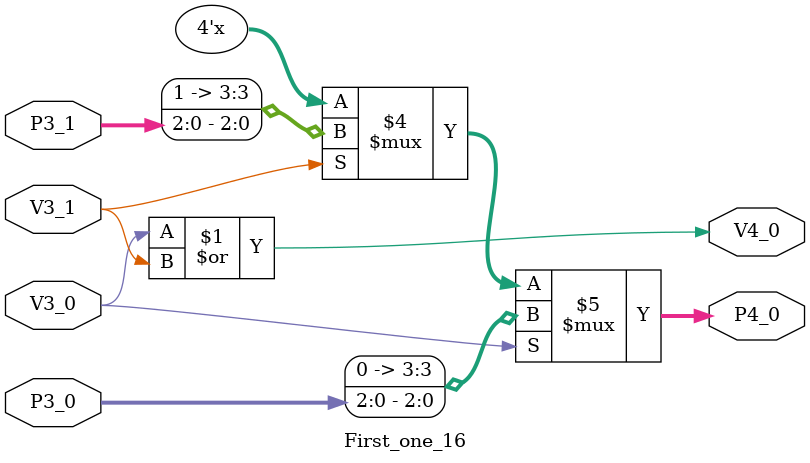
<source format=v>
module First_one_16(
	input										V3_0,
	input										V3_1,
	input			[2:0]						P3_0,
	input			[2:0]						P3_1,
	output		[3:0]						P4_0,
	output									V4_0
);
	assign			V4_0			=			V3_0 | V3_1;
	assign			P4_0			=			(V3_0 != 1'b0) ? {1'b0,P3_0} : (V3_1 == 1'b1) ? {1'b1,P3_1} :4'bx;
endmodule
</source>
